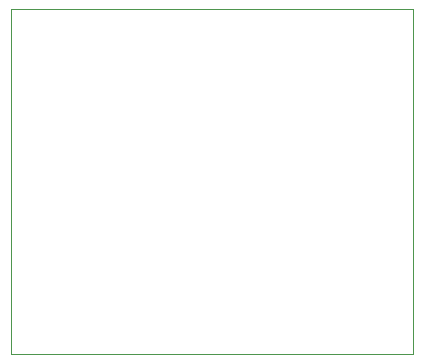
<source format=gbr>
G04 (created by PCBNEW (2013-04-19 BZR 4011)-stable) date 6/24/2013 11:27:29 PM*
%MOIN*%
G04 Gerber Fmt 3.4, Leading zero omitted, Abs format*
%FSLAX34Y34*%
G01*
G70*
G90*
G04 APERTURE LIST*
%ADD10C,0.006*%
%ADD11C,0.00393701*%
G04 APERTURE END LIST*
G54D10*
G54D11*
X84400Y-38000D02*
X71000Y-38000D01*
X71000Y-49500D02*
X84400Y-49500D01*
X84400Y-49500D02*
X84400Y-38000D01*
X71000Y-38000D02*
X71000Y-49500D01*
M02*

</source>
